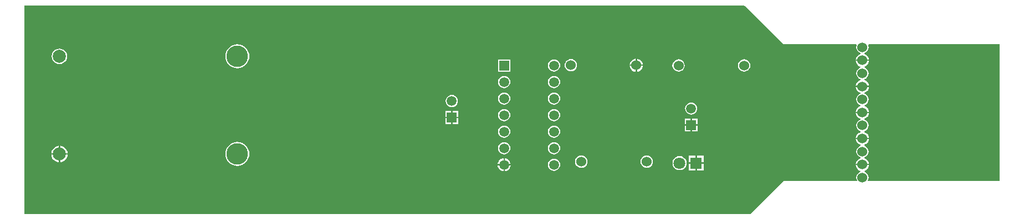
<source format=gbl>
G04*
G04 #@! TF.GenerationSoftware,Altium Limited,Altium Designer,20.0.13 (296)*
G04*
G04 Layer_Physical_Order=2*
G04 Layer_Color=16711680*
%FSLAX25Y25*%
%MOIN*%
G70*
G01*
G75*
%ADD25C,0.05906*%
%ADD26R,0.05906X0.05906*%
%ADD27C,0.06000*%
%ADD28R,0.05906X0.05906*%
%ADD29C,0.07874*%
%ADD30C,0.12992*%
%ADD31C,0.07087*%
%ADD32R,0.07087X0.07087*%
G36*
X559055Y204724D02*
X602761D01*
X603039Y204309D01*
X602895Y203962D01*
X602768Y202996D01*
X602895Y202030D01*
X603268Y201130D01*
X603861Y200357D01*
X604634Y199764D01*
X605317Y199481D01*
X605291Y198951D01*
X604483Y198616D01*
X603647Y197975D01*
X603006Y197139D01*
X602603Y196166D01*
X602518Y195522D01*
X610482D01*
X610397Y196166D01*
X609994Y197139D01*
X609353Y197975D01*
X608517Y198616D01*
X607709Y198951D01*
X607683Y199481D01*
X608366Y199764D01*
X609139Y200357D01*
X609732Y201130D01*
X610105Y202030D01*
X610232Y202996D01*
X610105Y203962D01*
X609961Y204309D01*
X610239Y204724D01*
X688976D01*
Y122047D01*
X610043D01*
X609797Y122547D01*
X610105Y123290D01*
X610232Y124256D01*
X610105Y125222D01*
X609732Y126122D01*
X609139Y126895D01*
X608366Y127488D01*
X607683Y127771D01*
X607709Y128301D01*
X608517Y128636D01*
X609353Y129277D01*
X609994Y130113D01*
X610397Y131086D01*
X610482Y131730D01*
X602518D01*
X602603Y131086D01*
X603006Y130113D01*
X603647Y129277D01*
X604483Y128636D01*
X605291Y128301D01*
X605317Y127771D01*
X604634Y127488D01*
X603861Y126895D01*
X603268Y126122D01*
X602895Y125222D01*
X602768Y124256D01*
X602895Y123290D01*
X603203Y122547D01*
X602957Y122047D01*
X559055D01*
X539370Y102362D01*
X102362D01*
Y228346D01*
X535433D01*
X559055Y204724D01*
D02*
G37*
%LPC*%
G36*
X123492Y202193D02*
X122282Y202033D01*
X121154Y201566D01*
X120185Y200823D01*
X119442Y199854D01*
X118974Y198726D01*
X118815Y197516D01*
X118974Y196305D01*
X119442Y195177D01*
X120185Y194209D01*
X121154Y193465D01*
X122282Y192998D01*
X123492Y192839D01*
X124703Y192998D01*
X125831Y193465D01*
X126799Y194209D01*
X127543Y195177D01*
X128010Y196305D01*
X128169Y197516D01*
X128010Y198726D01*
X127543Y199854D01*
X126799Y200823D01*
X125831Y201566D01*
X124703Y202033D01*
X123492Y202193D01*
D02*
G37*
G36*
X470872Y196108D02*
Y192526D01*
X474454D01*
X474369Y193170D01*
X473966Y194143D01*
X473325Y194979D01*
X472490Y195620D01*
X471517Y196023D01*
X470872Y196108D01*
D02*
G37*
G36*
X470072D02*
X469428Y196023D01*
X468455Y195620D01*
X467620Y194979D01*
X466978Y194143D01*
X466575Y193170D01*
X466491Y192526D01*
X470072D01*
Y196108D01*
D02*
G37*
G36*
X230500Y204747D02*
X229089Y204608D01*
X227733Y204196D01*
X226483Y203528D01*
X225387Y202629D01*
X224488Y201533D01*
X223819Y200283D01*
X223408Y198926D01*
X223269Y197516D01*
X223408Y196105D01*
X223819Y194749D01*
X224488Y193499D01*
X225387Y192403D01*
X226483Y191504D01*
X227733Y190835D01*
X229089Y190424D01*
X230500Y190285D01*
X231911Y190424D01*
X233267Y190835D01*
X234517Y191504D01*
X235613Y192403D01*
X236512Y193499D01*
X237180Y194749D01*
X237592Y196105D01*
X237731Y197516D01*
X237592Y198926D01*
X237180Y200283D01*
X236512Y201533D01*
X235613Y202629D01*
X234517Y203528D01*
X233267Y204196D01*
X231911Y204608D01*
X230500Y204747D01*
D02*
G37*
G36*
X431102Y195858D02*
X430136Y195731D01*
X429236Y195358D01*
X428464Y194765D01*
X427870Y193992D01*
X427498Y193092D01*
X427370Y192126D01*
X427498Y191160D01*
X427870Y190260D01*
X428464Y189487D01*
X429236Y188894D01*
X430136Y188521D01*
X431102Y188394D01*
X432068Y188521D01*
X432968Y188894D01*
X433741Y189487D01*
X434334Y190260D01*
X434707Y191160D01*
X434834Y192126D01*
X434707Y193092D01*
X434334Y193992D01*
X433741Y194765D01*
X432968Y195358D01*
X432068Y195731D01*
X431102Y195858D01*
D02*
G37*
G36*
X394653Y195653D02*
X387347D01*
Y188347D01*
X394653D01*
Y195653D01*
D02*
G37*
G36*
X421000Y195684D02*
X420046Y195559D01*
X419158Y195191D01*
X418395Y194605D01*
X417809Y193842D01*
X417441Y192954D01*
X417316Y192000D01*
X417441Y191046D01*
X417809Y190158D01*
X418395Y189395D01*
X419158Y188809D01*
X420046Y188441D01*
X421000Y188316D01*
X421954Y188441D01*
X422842Y188809D01*
X423605Y189395D01*
X424191Y190158D01*
X424559Y191046D01*
X424684Y192000D01*
X424559Y192954D01*
X424191Y193842D01*
X423605Y194605D01*
X422842Y195191D01*
X421954Y195559D01*
X421000Y195684D01*
D02*
G37*
G36*
X535291Y195732D02*
X534326Y195605D01*
X533425Y195232D01*
X532653Y194639D01*
X532059Y193866D01*
X531687Y192966D01*
X531559Y192000D01*
X531687Y191034D01*
X532059Y190134D01*
X532653Y189361D01*
X533425Y188768D01*
X534326Y188395D01*
X535291Y188268D01*
X536257Y188395D01*
X537157Y188768D01*
X537930Y189361D01*
X538523Y190134D01*
X538896Y191034D01*
X539023Y192000D01*
X538896Y192966D01*
X538523Y193866D01*
X537930Y194639D01*
X537157Y195232D01*
X536257Y195605D01*
X535291Y195732D01*
D02*
G37*
G36*
X495921D02*
X494955Y195605D01*
X494055Y195232D01*
X493282Y194639D01*
X492689Y193866D01*
X492316Y192966D01*
X492189Y192000D01*
X492316Y191034D01*
X492689Y190134D01*
X493282Y189361D01*
X494055Y188768D01*
X494955Y188395D01*
X495921Y188268D01*
X496887Y188395D01*
X497787Y188768D01*
X498560Y189361D01*
X499153Y190134D01*
X499526Y191034D01*
X499653Y192000D01*
X499526Y192966D01*
X499153Y193866D01*
X498560Y194639D01*
X497787Y195232D01*
X496887Y195605D01*
X495921Y195732D01*
D02*
G37*
G36*
X474454Y191726D02*
X470872D01*
Y188144D01*
X471517Y188229D01*
X472490Y188632D01*
X473325Y189273D01*
X473966Y190109D01*
X474369Y191082D01*
X474454Y191726D01*
D02*
G37*
G36*
X470072D02*
X466491D01*
X466575Y191082D01*
X466978Y190109D01*
X467620Y189273D01*
X468455Y188632D01*
X469428Y188229D01*
X470072Y188144D01*
Y191726D01*
D02*
G37*
G36*
X610482Y194722D02*
X602518D01*
X602603Y194078D01*
X603006Y193105D01*
X603647Y192269D01*
X604483Y191628D01*
X605291Y191293D01*
X605317Y190763D01*
X604634Y190480D01*
X603861Y189887D01*
X603268Y189114D01*
X602895Y188214D01*
X602768Y187248D01*
X602895Y186282D01*
X603268Y185382D01*
X603861Y184609D01*
X604634Y184016D01*
X605317Y183733D01*
X605291Y183203D01*
X604483Y182868D01*
X603647Y182227D01*
X603006Y181391D01*
X602603Y180418D01*
X602518Y179774D01*
X610482D01*
X610397Y180418D01*
X609994Y181391D01*
X609353Y182227D01*
X608517Y182868D01*
X607709Y183203D01*
X607683Y183733D01*
X608366Y184016D01*
X609139Y184609D01*
X609732Y185382D01*
X610105Y186282D01*
X610232Y187248D01*
X610105Y188214D01*
X609732Y189114D01*
X609139Y189887D01*
X608366Y190480D01*
X607683Y190763D01*
X607709Y191293D01*
X608517Y191628D01*
X609353Y192269D01*
X609994Y193105D01*
X610397Y194078D01*
X610482Y194722D01*
D02*
G37*
G36*
X421000Y185684D02*
X420046Y185559D01*
X419158Y185191D01*
X418395Y184605D01*
X417809Y183842D01*
X417441Y182954D01*
X417316Y182000D01*
X417441Y181046D01*
X417809Y180158D01*
X418395Y179395D01*
X419158Y178809D01*
X420046Y178441D01*
X421000Y178316D01*
X421954Y178441D01*
X422842Y178809D01*
X423605Y179395D01*
X424191Y180158D01*
X424559Y181046D01*
X424684Y182000D01*
X424559Y182954D01*
X424191Y183842D01*
X423605Y184605D01*
X422842Y185191D01*
X421954Y185559D01*
X421000Y185684D01*
D02*
G37*
G36*
X391000D02*
X390046Y185559D01*
X389158Y185191D01*
X388395Y184605D01*
X387809Y183842D01*
X387441Y182954D01*
X387316Y182000D01*
X387441Y181046D01*
X387809Y180158D01*
X388395Y179395D01*
X389158Y178809D01*
X390046Y178441D01*
X391000Y178316D01*
X391954Y178441D01*
X392842Y178809D01*
X393605Y179395D01*
X394191Y180158D01*
X394559Y181046D01*
X394684Y182000D01*
X394559Y182954D01*
X394191Y183842D01*
X393605Y184605D01*
X392842Y185191D01*
X391954Y185559D01*
X391000Y185684D01*
D02*
G37*
G36*
X421000Y175684D02*
X420046Y175559D01*
X419158Y175191D01*
X418395Y174605D01*
X417809Y173842D01*
X417441Y172954D01*
X417316Y172000D01*
X417441Y171046D01*
X417809Y170158D01*
X418395Y169395D01*
X419158Y168809D01*
X420046Y168441D01*
X421000Y168316D01*
X421954Y168441D01*
X422842Y168809D01*
X423605Y169395D01*
X424191Y170158D01*
X424559Y171046D01*
X424684Y172000D01*
X424559Y172954D01*
X424191Y173842D01*
X423605Y174605D01*
X422842Y175191D01*
X421954Y175559D01*
X421000Y175684D01*
D02*
G37*
G36*
X391000D02*
X390046Y175559D01*
X389158Y175191D01*
X388395Y174605D01*
X387809Y173842D01*
X387441Y172954D01*
X387316Y172000D01*
X387441Y171046D01*
X387809Y170158D01*
X388395Y169395D01*
X389158Y168809D01*
X390046Y168441D01*
X391000Y168316D01*
X391954Y168441D01*
X392842Y168809D01*
X393605Y169395D01*
X394191Y170158D01*
X394559Y171046D01*
X394684Y172000D01*
X394559Y172954D01*
X394191Y173842D01*
X393605Y174605D01*
X392842Y175191D01*
X391954Y175559D01*
X391000Y175684D01*
D02*
G37*
G36*
X359500Y174184D02*
X358546Y174059D01*
X357658Y173691D01*
X356895Y173105D01*
X356309Y172342D01*
X355941Y171454D01*
X355816Y170500D01*
X355941Y169546D01*
X356309Y168658D01*
X356895Y167895D01*
X357658Y167309D01*
X358546Y166941D01*
X359500Y166816D01*
X360454Y166941D01*
X361342Y167309D01*
X362105Y167895D01*
X362691Y168658D01*
X363059Y169546D01*
X363184Y170500D01*
X363059Y171454D01*
X362691Y172342D01*
X362105Y173105D01*
X361342Y173691D01*
X360454Y174059D01*
X359500Y174184D01*
D02*
G37*
G36*
X610482Y178974D02*
X602518D01*
X602603Y178330D01*
X603006Y177357D01*
X603647Y176521D01*
X604483Y175880D01*
X605291Y175545D01*
X605317Y175015D01*
X604634Y174732D01*
X603861Y174139D01*
X603268Y173366D01*
X602895Y172466D01*
X602768Y171500D01*
X602895Y170534D01*
X603268Y169634D01*
X603861Y168861D01*
X604634Y168268D01*
X605317Y167985D01*
X605291Y167455D01*
X604483Y167120D01*
X603647Y166479D01*
X603006Y165643D01*
X602603Y164670D01*
X602518Y164026D01*
X610482D01*
X610397Y164670D01*
X609994Y165643D01*
X609353Y166479D01*
X608517Y167120D01*
X607709Y167455D01*
X607683Y167985D01*
X608366Y168268D01*
X609139Y168861D01*
X609732Y169634D01*
X610105Y170534D01*
X610232Y171500D01*
X610105Y172466D01*
X609732Y173366D01*
X609139Y174139D01*
X608366Y174732D01*
X607683Y175015D01*
X607709Y175545D01*
X608517Y175880D01*
X609353Y176521D01*
X609994Y177357D01*
X610397Y178330D01*
X610482Y178974D01*
D02*
G37*
G36*
X503500Y169684D02*
X502546Y169559D01*
X501658Y169191D01*
X500895Y168605D01*
X500309Y167842D01*
X499941Y166954D01*
X499816Y166000D01*
X499941Y165046D01*
X500309Y164158D01*
X500895Y163395D01*
X501658Y162809D01*
X502546Y162441D01*
X503500Y162316D01*
X504454Y162441D01*
X505342Y162809D01*
X506105Y163395D01*
X506691Y164158D01*
X507059Y165046D01*
X507184Y166000D01*
X507059Y166954D01*
X506691Y167842D01*
X506105Y168605D01*
X505342Y169191D01*
X504454Y169559D01*
X503500Y169684D01*
D02*
G37*
G36*
X363453Y164453D02*
X359900D01*
Y160900D01*
X363453D01*
Y164453D01*
D02*
G37*
G36*
X359100D02*
X355547D01*
Y160900D01*
X359100D01*
Y164453D01*
D02*
G37*
G36*
X421000Y165684D02*
X420046Y165559D01*
X419158Y165191D01*
X418395Y164605D01*
X417809Y163842D01*
X417441Y162954D01*
X417316Y162000D01*
X417441Y161046D01*
X417809Y160158D01*
X418395Y159395D01*
X419158Y158809D01*
X420046Y158441D01*
X421000Y158316D01*
X421954Y158441D01*
X422842Y158809D01*
X423605Y159395D01*
X424191Y160158D01*
X424559Y161046D01*
X424684Y162000D01*
X424559Y162954D01*
X424191Y163842D01*
X423605Y164605D01*
X422842Y165191D01*
X421954Y165559D01*
X421000Y165684D01*
D02*
G37*
G36*
X391000D02*
X390046Y165559D01*
X389158Y165191D01*
X388395Y164605D01*
X387809Y163842D01*
X387441Y162954D01*
X387316Y162000D01*
X387441Y161046D01*
X387809Y160158D01*
X388395Y159395D01*
X389158Y158809D01*
X390046Y158441D01*
X391000Y158316D01*
X391954Y158441D01*
X392842Y158809D01*
X393605Y159395D01*
X394191Y160158D01*
X394559Y161046D01*
X394684Y162000D01*
X394559Y162954D01*
X394191Y163842D01*
X393605Y164605D01*
X392842Y165191D01*
X391954Y165559D01*
X391000Y165684D01*
D02*
G37*
G36*
X363453Y160100D02*
X359900D01*
Y156547D01*
X363453D01*
Y160100D01*
D02*
G37*
G36*
X359100D02*
X355547D01*
Y156547D01*
X359100D01*
Y160100D01*
D02*
G37*
G36*
X507453Y159953D02*
X503900D01*
Y156400D01*
X507453D01*
Y159953D01*
D02*
G37*
G36*
X503100D02*
X499547D01*
Y156400D01*
X503100D01*
Y159953D01*
D02*
G37*
G36*
X507453Y155600D02*
X503900D01*
Y152047D01*
X507453D01*
Y155600D01*
D02*
G37*
G36*
X503100D02*
X499547D01*
Y152047D01*
X503100D01*
Y155600D01*
D02*
G37*
G36*
X421000Y155684D02*
X420046Y155559D01*
X419158Y155191D01*
X418395Y154605D01*
X417809Y153842D01*
X417441Y152954D01*
X417316Y152000D01*
X417441Y151046D01*
X417809Y150158D01*
X418395Y149395D01*
X419158Y148809D01*
X420046Y148441D01*
X421000Y148316D01*
X421954Y148441D01*
X422842Y148809D01*
X423605Y149395D01*
X424191Y150158D01*
X424559Y151046D01*
X424684Y152000D01*
X424559Y152954D01*
X424191Y153842D01*
X423605Y154605D01*
X422842Y155191D01*
X421954Y155559D01*
X421000Y155684D01*
D02*
G37*
G36*
X391000D02*
X390046Y155559D01*
X389158Y155191D01*
X388395Y154605D01*
X387809Y153842D01*
X387441Y152954D01*
X387316Y152000D01*
X387441Y151046D01*
X387809Y150158D01*
X388395Y149395D01*
X389158Y148809D01*
X390046Y148441D01*
X391000Y148316D01*
X391954Y148441D01*
X392842Y148809D01*
X393605Y149395D01*
X394191Y150158D01*
X394559Y151046D01*
X394684Y152000D01*
X394559Y152954D01*
X394191Y153842D01*
X393605Y154605D01*
X392842Y155191D01*
X391954Y155559D01*
X391000Y155684D01*
D02*
G37*
G36*
X610482Y163226D02*
X602518D01*
X602603Y162582D01*
X603006Y161609D01*
X603647Y160773D01*
X604483Y160132D01*
X605291Y159797D01*
X605317Y159267D01*
X604634Y158984D01*
X603861Y158391D01*
X603268Y157618D01*
X602895Y156718D01*
X602768Y155752D01*
X602895Y154786D01*
X603268Y153886D01*
X603861Y153113D01*
X604634Y152520D01*
X605317Y152237D01*
X605291Y151707D01*
X604483Y151372D01*
X603647Y150731D01*
X603006Y149895D01*
X602603Y148922D01*
X602518Y148278D01*
X610482D01*
X610397Y148922D01*
X609994Y149895D01*
X609353Y150731D01*
X608517Y151372D01*
X607709Y151707D01*
X607683Y152237D01*
X608366Y152520D01*
X609139Y153113D01*
X609732Y153886D01*
X610105Y154786D01*
X610232Y155752D01*
X610105Y156718D01*
X609732Y157618D01*
X609139Y158391D01*
X608366Y158984D01*
X607683Y159267D01*
X607709Y159797D01*
X608517Y160132D01*
X609353Y160773D01*
X609994Y161609D01*
X610397Y162582D01*
X610482Y163226D01*
D02*
G37*
G36*
X123892Y143427D02*
Y138900D01*
X128419D01*
X128302Y139789D01*
X127805Y140990D01*
X127013Y142021D01*
X125982Y142813D01*
X124781Y143310D01*
X123892Y143427D01*
D02*
G37*
G36*
X123092D02*
X122203Y143310D01*
X121002Y142813D01*
X119971Y142021D01*
X119180Y140990D01*
X118682Y139789D01*
X118565Y138900D01*
X123092D01*
Y143427D01*
D02*
G37*
G36*
X421000Y145684D02*
X420046Y145559D01*
X419158Y145191D01*
X418395Y144605D01*
X417809Y143842D01*
X417441Y142954D01*
X417316Y142000D01*
X417441Y141046D01*
X417809Y140158D01*
X418395Y139395D01*
X419158Y138809D01*
X420046Y138441D01*
X421000Y138316D01*
X421954Y138441D01*
X422842Y138809D01*
X423605Y139395D01*
X424191Y140158D01*
X424559Y141046D01*
X424684Y142000D01*
X424559Y142954D01*
X424191Y143842D01*
X423605Y144605D01*
X422842Y145191D01*
X421954Y145559D01*
X421000Y145684D01*
D02*
G37*
G36*
X391000D02*
X390046Y145559D01*
X389158Y145191D01*
X388395Y144605D01*
X387809Y143842D01*
X387441Y142954D01*
X387316Y142000D01*
X387441Y141046D01*
X387809Y140158D01*
X388395Y139395D01*
X389158Y138809D01*
X390046Y138441D01*
X391000Y138316D01*
X391954Y138441D01*
X392842Y138809D01*
X393605Y139395D01*
X394191Y140158D01*
X394559Y141046D01*
X394684Y142000D01*
X394559Y142954D01*
X394191Y143842D01*
X393605Y144605D01*
X392842Y145191D01*
X391954Y145559D01*
X391000Y145684D01*
D02*
G37*
G36*
X128419Y138100D02*
X123892D01*
Y133573D01*
X124781Y133690D01*
X125982Y134187D01*
X127013Y134979D01*
X127805Y136010D01*
X128302Y137211D01*
X128419Y138100D01*
D02*
G37*
G36*
X123092D02*
X118565D01*
X118682Y137211D01*
X119180Y136010D01*
X119971Y134979D01*
X121002Y134187D01*
X122203Y133690D01*
X123092Y133573D01*
Y138100D01*
D02*
G37*
G36*
X511043Y137543D02*
X506900D01*
Y133400D01*
X511043D01*
Y137543D01*
D02*
G37*
G36*
X506100D02*
X501957D01*
Y133400D01*
X506100D01*
Y137543D01*
D02*
G37*
G36*
X610482Y147478D02*
X602518D01*
X602603Y146834D01*
X603006Y145861D01*
X603647Y145025D01*
X604483Y144384D01*
X605291Y144049D01*
X605317Y143519D01*
X604634Y143236D01*
X603861Y142643D01*
X603268Y141870D01*
X602895Y140970D01*
X602768Y140004D01*
X602895Y139038D01*
X603268Y138138D01*
X603861Y137365D01*
X604634Y136772D01*
X605317Y136489D01*
X605291Y135959D01*
X604483Y135624D01*
X603647Y134983D01*
X603006Y134147D01*
X602603Y133174D01*
X602518Y132530D01*
X610482D01*
X610397Y133174D01*
X609994Y134147D01*
X609353Y134983D01*
X608517Y135624D01*
X607709Y135959D01*
X607683Y136489D01*
X608366Y136772D01*
X609139Y137365D01*
X609732Y138138D01*
X610105Y139038D01*
X610232Y140004D01*
X610105Y140970D01*
X609732Y141870D01*
X609139Y142643D01*
X608366Y143236D01*
X607683Y143519D01*
X607709Y144049D01*
X608517Y144384D01*
X609353Y145025D01*
X609994Y145861D01*
X610397Y146834D01*
X610482Y147478D01*
D02*
G37*
G36*
X391400Y135934D02*
Y132400D01*
X394934D01*
X394851Y133032D01*
X394453Y133993D01*
X393819Y134819D01*
X392993Y135453D01*
X392032Y135851D01*
X391400Y135934D01*
D02*
G37*
G36*
X390600D02*
X389968Y135851D01*
X389007Y135453D01*
X388181Y134819D01*
X387547Y133993D01*
X387149Y133032D01*
X387066Y132400D01*
X390600D01*
Y135934D01*
D02*
G37*
G36*
X230500Y145731D02*
X229089Y145592D01*
X227733Y145180D01*
X226483Y144512D01*
X225387Y143613D01*
X224488Y142517D01*
X223819Y141267D01*
X223408Y139911D01*
X223269Y138500D01*
X223408Y137089D01*
X223819Y135733D01*
X224488Y134483D01*
X225387Y133387D01*
X226483Y132488D01*
X227733Y131819D01*
X229089Y131408D01*
X230500Y131269D01*
X231911Y131408D01*
X233267Y131819D01*
X234517Y132488D01*
X235613Y133387D01*
X236512Y134483D01*
X237180Y135733D01*
X237592Y137089D01*
X237731Y138500D01*
X237592Y139911D01*
X237180Y141267D01*
X236512Y142517D01*
X235613Y143613D01*
X234517Y144512D01*
X233267Y145180D01*
X231911Y145592D01*
X230500Y145731D01*
D02*
G37*
G36*
X476772Y137590D02*
X475806Y137463D01*
X474906Y137090D01*
X474133Y136497D01*
X473540Y135724D01*
X473167Y134824D01*
X473040Y133858D01*
X473167Y132892D01*
X473540Y131992D01*
X474133Y131219D01*
X474906Y130626D01*
X475806Y130254D01*
X476772Y130126D01*
X477738Y130254D01*
X478638Y130626D01*
X479411Y131219D01*
X480004Y131992D01*
X480376Y132892D01*
X480504Y133858D01*
X480376Y134824D01*
X480004Y135724D01*
X479411Y136497D01*
X478638Y137090D01*
X477738Y137463D01*
X476772Y137590D01*
D02*
G37*
G36*
X437402D02*
X436436Y137463D01*
X435536Y137090D01*
X434763Y136497D01*
X434170Y135724D01*
X433797Y134824D01*
X433670Y133858D01*
X433797Y132892D01*
X434170Y131992D01*
X434763Y131219D01*
X435536Y130626D01*
X436436Y130254D01*
X437402Y130126D01*
X438368Y130254D01*
X439267Y130626D01*
X440040Y131219D01*
X440633Y131992D01*
X441006Y132892D01*
X441133Y133858D01*
X441006Y134824D01*
X440633Y135724D01*
X440040Y136497D01*
X439267Y137090D01*
X438368Y137463D01*
X437402Y137590D01*
D02*
G37*
G36*
X496500Y137280D02*
X495392Y137134D01*
X494360Y136706D01*
X493474Y136026D01*
X492794Y135140D01*
X492366Y134108D01*
X492220Y133000D01*
X492366Y131892D01*
X492794Y130860D01*
X493474Y129974D01*
X494360Y129294D01*
X495392Y128866D01*
X496500Y128720D01*
X497608Y128866D01*
X498640Y129294D01*
X499526Y129974D01*
X500207Y130860D01*
X500634Y131892D01*
X500780Y133000D01*
X500634Y134108D01*
X500207Y135140D01*
X499526Y136026D01*
X498640Y136706D01*
X497608Y137134D01*
X496500Y137280D01*
D02*
G37*
G36*
X511043Y132600D02*
X506900D01*
Y128457D01*
X511043D01*
Y132600D01*
D02*
G37*
G36*
X506100D02*
X501957D01*
Y128457D01*
X506100D01*
Y132600D01*
D02*
G37*
G36*
X421000Y135684D02*
X420046Y135559D01*
X419158Y135191D01*
X418395Y134605D01*
X417809Y133842D01*
X417441Y132954D01*
X417316Y132000D01*
X417441Y131046D01*
X417809Y130158D01*
X418395Y129395D01*
X419158Y128809D01*
X420046Y128441D01*
X421000Y128316D01*
X421954Y128441D01*
X422842Y128809D01*
X423605Y129395D01*
X424191Y130158D01*
X424559Y131046D01*
X424684Y132000D01*
X424559Y132954D01*
X424191Y133842D01*
X423605Y134605D01*
X422842Y135191D01*
X421954Y135559D01*
X421000Y135684D01*
D02*
G37*
G36*
X394934Y131600D02*
X391400D01*
Y128066D01*
X392032Y128149D01*
X392993Y128547D01*
X393819Y129181D01*
X394453Y130007D01*
X394851Y130968D01*
X394934Y131600D01*
D02*
G37*
G36*
X390600D02*
X387066D01*
X387149Y130968D01*
X387547Y130007D01*
X388181Y129181D01*
X389007Y128547D01*
X389968Y128149D01*
X390600Y128066D01*
Y131600D01*
D02*
G37*
%LPD*%
D25*
X421000Y132000D02*
D03*
Y142000D02*
D03*
Y152000D02*
D03*
Y162000D02*
D03*
Y172000D02*
D03*
Y182000D02*
D03*
Y192000D02*
D03*
X391000Y132000D02*
D03*
Y142000D02*
D03*
Y152000D02*
D03*
Y162000D02*
D03*
Y172000D02*
D03*
Y182000D02*
D03*
X359500Y170500D02*
D03*
X503500Y166000D02*
D03*
D26*
X391000Y192000D02*
D03*
D27*
X476772Y133858D02*
D03*
X437402D02*
D03*
X535291Y192000D02*
D03*
X495921D02*
D03*
X606500Y171500D02*
D03*
Y179374D02*
D03*
Y187248D02*
D03*
Y195122D02*
D03*
Y202996D02*
D03*
Y163626D02*
D03*
Y155752D02*
D03*
Y147878D02*
D03*
Y140004D02*
D03*
Y132130D02*
D03*
Y124256D02*
D03*
X431102Y192126D02*
D03*
X470472D02*
D03*
D28*
X359500Y160500D02*
D03*
X503500Y156000D02*
D03*
D29*
X123492Y138500D02*
D03*
Y197516D02*
D03*
D30*
X230500Y138500D02*
D03*
Y197516D02*
D03*
D31*
X496500Y133000D02*
D03*
D32*
X506500D02*
D03*
M02*

</source>
